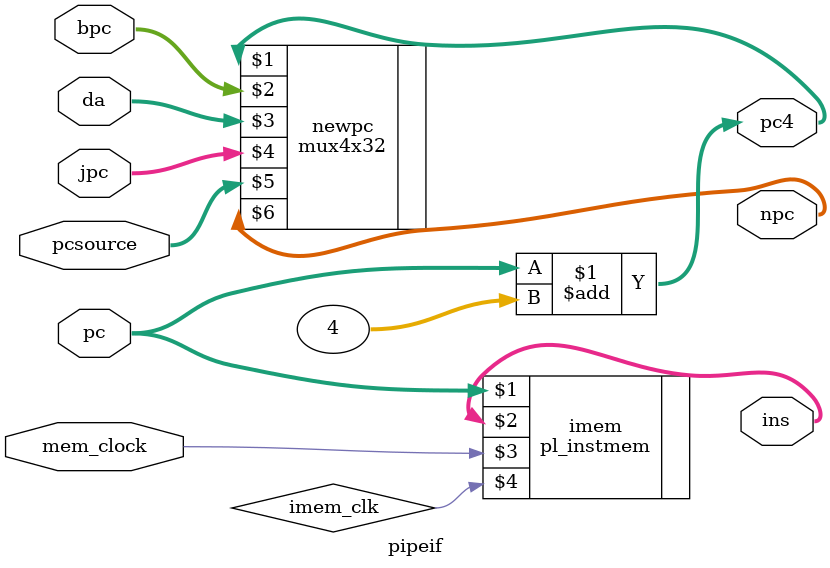
<source format=v>
module pipeif ( pcsource,pc,bpc,da,jpc,npc,pc4,ins,mem_clock );
	input mem_clock;
	input [1:0] pcsource;
	input [31:0] pc,bpc,da,jpc;
	output [31:0] npc,pc4,ins;
	mux4x32 newpc(pc4,bpc,da,jpc,pcsource,npc);
	assign pc4=pc+32'h4;
	wire imem_clk;
	pl_instmem imem(pc,ins,mem_clock,imem_clk);
endmodule
</source>
